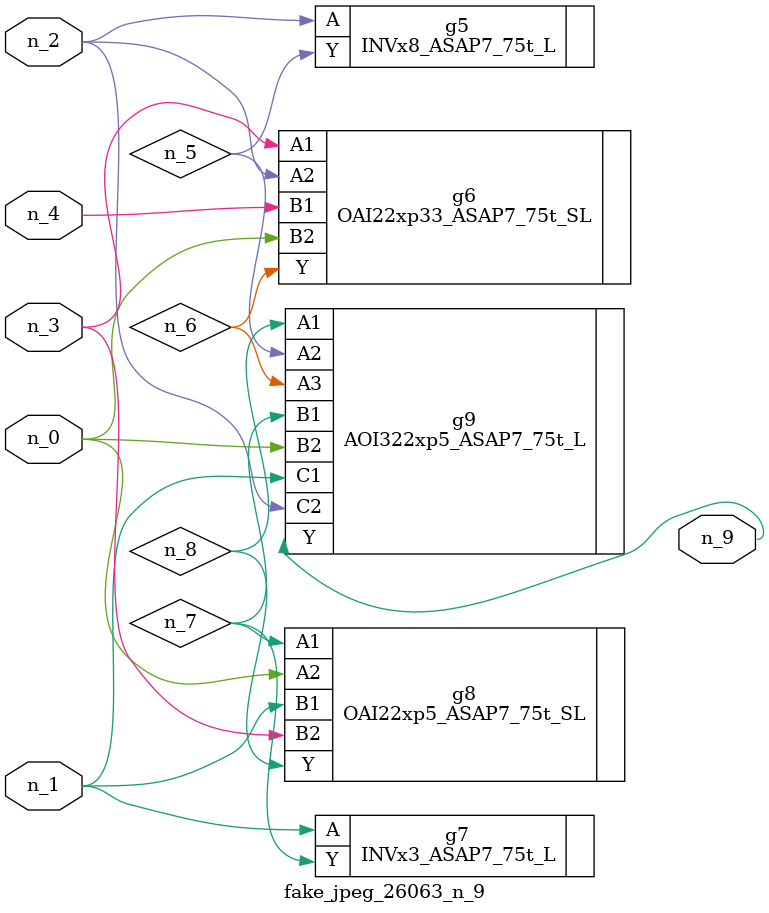
<source format=v>
module fake_jpeg_26063_n_9 (n_3, n_2, n_1, n_0, n_4, n_9);

input n_3;
input n_2;
input n_1;
input n_0;
input n_4;

output n_9;

wire n_8;
wire n_6;
wire n_5;
wire n_7;

INVx8_ASAP7_75t_L g5 ( 
.A(n_2),
.Y(n_5)
);

OAI22xp33_ASAP7_75t_SL g6 ( 
.A1(n_3),
.A2(n_2),
.B1(n_4),
.B2(n_0),
.Y(n_6)
);

INVx3_ASAP7_75t_L g7 ( 
.A(n_1),
.Y(n_7)
);

OAI22xp5_ASAP7_75t_SL g8 ( 
.A1(n_7),
.A2(n_0),
.B1(n_1),
.B2(n_3),
.Y(n_8)
);

AOI322xp5_ASAP7_75t_L g9 ( 
.A1(n_8),
.A2(n_5),
.A3(n_6),
.B1(n_7),
.B2(n_0),
.C1(n_1),
.C2(n_2),
.Y(n_9)
);


endmodule
</source>
